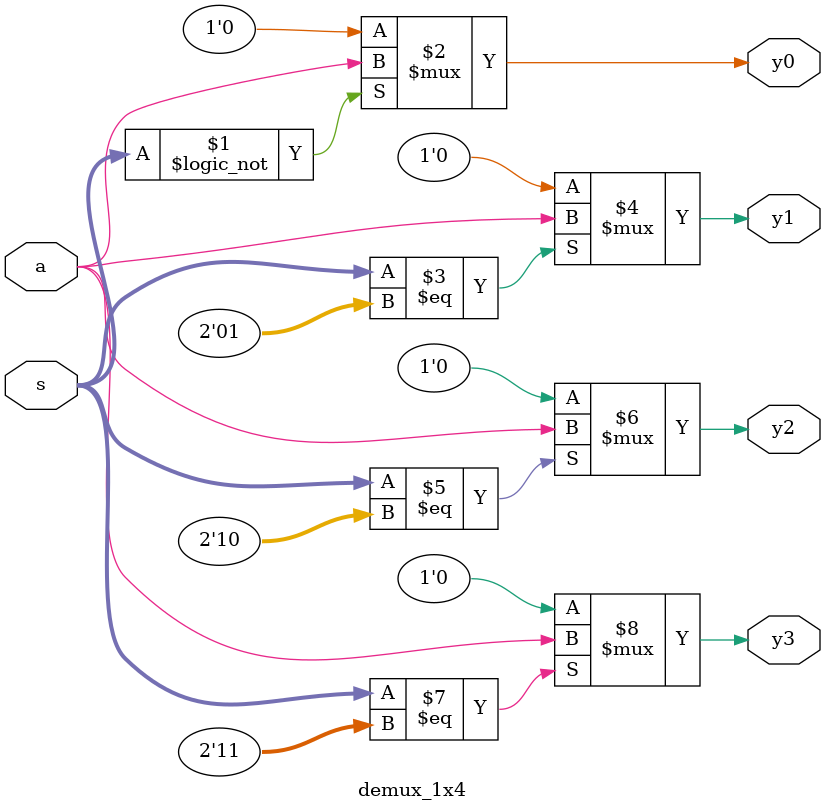
<source format=v>
module demux_1x4(a,s,y0,y1,y2,y3);
  input a;
  input [1:0]s;
  output y0,y1,y2,y3;
  assign y0=(s==2'b00)?a:1'b0;
  assign y1=(s==2'b01)?a:1'b0;
  assign y2=(s==2'b10)?a:1'b0;
  assign y3=(s==2'b11)?a:1'b0;
endmodule

</source>
